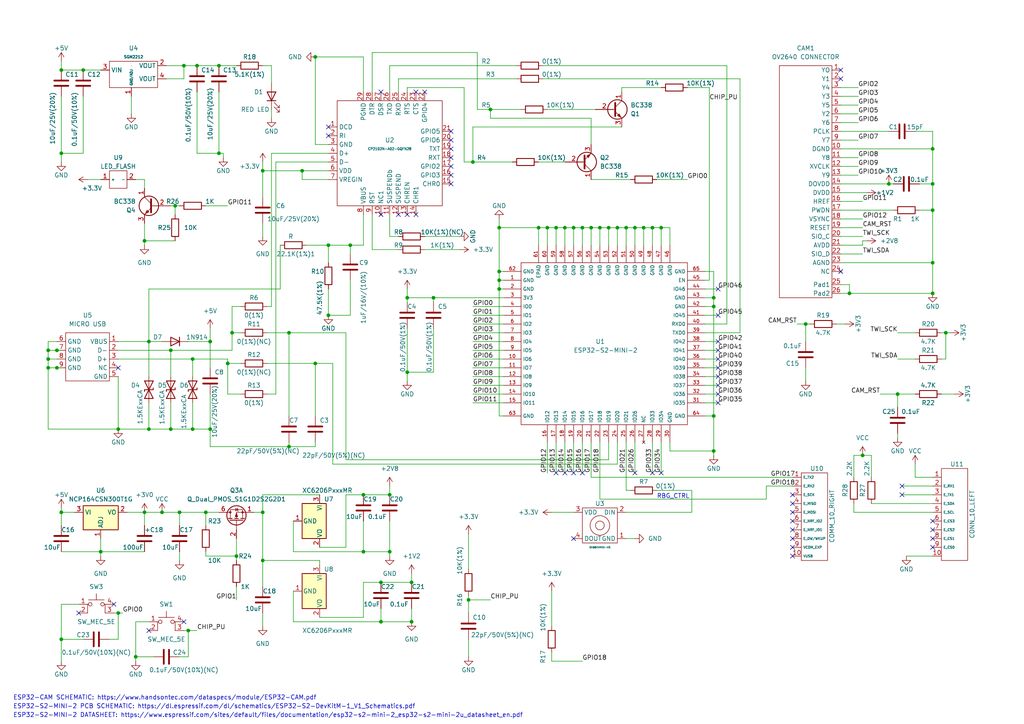
<source format=kicad_sch>
(kicad_sch (version 20230121) (generator eeschema)
  (paper "A4")
  (junction (at 257.81 53.34))
  (junction (at 274.32 96.52))
  (junction (at 119.38 168.91))
  (junction (at 43.18 124.46))
  (junction (at 17.78 20.32))
  (junction (at 63.5 44.45))
  (junction (at 76.2 148.59))
  (junction (at 24.13 20.32))
  (junction (at 83.82 96.52))
  (junction (at 55.88 104.14))
  (junction (at 144.78 66.04))
  (junction (at 119.38 180.34))
  (junction (at 67.31 96.52))
  (junction (at 181.61 66.04))
  (junction (at 270.51 43.18))
  (junction (at 144.78 78.74))
  (junction (at 60.96 99.06))
  (junction (at 105.41 143.51))
  (junction (at 163.83 66.04))
  (junction (at 66.04 105.41))
  (junction (at 142.24 31.75))
  (junction (at 233.68 93.98))
  (junction (at 158.75 66.04))
  (junction (at 260.35 114.3))
  (junction (at 144.78 83.82))
  (junction (at 144.78 81.28))
  (junction (at 156.21 66.04))
  (junction (at 207.01 88.9))
  (junction (at 52.07 148.59))
  (junction (at 60.96 124.46))
  (junction (at 68.58 161.29))
  (junction (at 87.63 49.53))
  (junction (at 161.29 66.04))
  (junction (at 29.21 160.02))
  (junction (at 176.53 66.04))
  (junction (at 125.73 86.36))
  (junction (at 13.97 101.6))
  (junction (at 118.11 86.36))
  (junction (at 17.78 44.45))
  (junction (at 46.99 148.59))
  (junction (at 246.38 85.09))
  (junction (at 207.01 86.36))
  (junction (at 189.23 66.04))
  (junction (at 113.03 160.02))
  (junction (at 95.25 71.12))
  (junction (at 105.41 160.02))
  (junction (at 41.91 69.85))
  (junction (at 173.99 66.04))
  (junction (at 34.29 177.8))
  (junction (at 16.51 106.68))
  (junction (at 41.91 148.59))
  (junction (at 13.97 106.68))
  (junction (at 76.2 49.53))
  (junction (at 110.49 180.34))
  (junction (at 50.8 59.69))
  (junction (at 270.51 60.96))
  (junction (at 54.61 182.88))
  (junction (at 191.77 66.04))
  (junction (at 17.78 185.42))
  (junction (at 118.11 107.95))
  (junction (at 17.78 148.59))
  (junction (at 166.37 66.04))
  (junction (at 91.44 105.41))
  (junction (at 57.15 19.05))
  (junction (at 270.51 53.34))
  (junction (at 59.69 148.59))
  (junction (at 168.91 66.04))
  (junction (at 179.07 66.04))
  (junction (at 91.44 16.51))
  (junction (at 250.19 132.08))
  (junction (at 76.2 162.56))
  (junction (at 270.51 76.2))
  (junction (at 101.6 71.12))
  (junction (at 171.45 66.04))
  (junction (at 49.53 101.6))
  (junction (at 137.16 46.99))
  (junction (at 113.03 143.51))
  (junction (at 270.51 85.09))
  (junction (at 207.01 130.81))
  (junction (at 95.25 91.44))
  (junction (at 16.51 101.6))
  (junction (at 53.34 19.05))
  (junction (at 186.69 66.04))
  (junction (at 135.89 173.99))
  (junction (at 43.18 99.06))
  (junction (at 34.29 124.46))
  (junction (at 63.5 19.05))
  (junction (at 207.01 120.65))
  (junction (at 83.82 129.54))
  (junction (at 55.88 124.46))
  (junction (at 110.49 168.91))
  (junction (at 49.53 124.46))
  (junction (at 184.15 66.04))
  (junction (at 39.37 190.5))
  (junction (at 13.97 104.14))
  (no_connect (at 243.84 22.86))
  (no_connect (at 115.57 62.23))
  (no_connect (at 208.28 91.44))
  (no_connect (at 118.11 62.23))
  (no_connect (at 208.28 111.76))
  (no_connect (at 243.84 20.32))
  (no_connect (at 166.37 137.16))
  (no_connect (at 130.81 50.8))
  (no_connect (at 243.84 78.74))
  (no_connect (at 208.28 104.14))
  (no_connect (at 130.81 40.64))
  (no_connect (at 261.62 143.51))
  (no_connect (at 270.51 156.21))
  (no_connect (at 270.51 158.75))
  (no_connect (at 33.02 175.26))
  (no_connect (at 130.81 45.72))
  (no_connect (at 163.83 137.16))
  (no_connect (at 34.29 106.68))
  (no_connect (at 22.86 177.8))
  (no_connect (at 191.77 137.16))
  (no_connect (at 229.87 146.05))
  (no_connect (at 120.65 62.23))
  (no_connect (at 261.62 140.97))
  (no_connect (at 123.19 26.67))
  (no_connect (at 229.87 158.75))
  (no_connect (at 270.51 153.67))
  (no_connect (at 229.87 161.29))
  (no_connect (at 208.28 83.82))
  (no_connect (at 270.51 151.13))
  (no_connect (at 229.87 151.13))
  (no_connect (at 229.87 156.21))
  (no_connect (at 130.81 43.18))
  (no_connect (at 53.34 180.34))
  (no_connect (at 110.49 62.23))
  (no_connect (at 130.81 38.1))
  (no_connect (at 95.25 39.37))
  (no_connect (at 166.37 156.21))
  (no_connect (at 168.91 137.16))
  (no_connect (at 208.28 109.22))
  (no_connect (at 95.25 36.83))
  (no_connect (at 208.28 106.68))
  (no_connect (at 43.18 182.88))
  (no_connect (at 208.28 101.6))
  (no_connect (at 208.28 116.84))
  (no_connect (at 208.28 114.3))
  (no_connect (at 208.28 99.06))
  (no_connect (at 161.29 137.16))
  (no_connect (at 110.49 26.67))
  (no_connect (at 130.81 48.26))
  (no_connect (at 229.87 143.51))
  (no_connect (at 229.87 148.59))
  (no_connect (at 184.15 137.16))
  (no_connect (at 120.65 26.67))
  (no_connect (at 229.87 153.67))
  (no_connect (at 130.81 53.34))
  (no_connect (at 189.23 137.16))
  (wire (pts (xy 158.75 128.27) (xy 158.75 137.16)))
  (wire (pts (xy 76.2 162.56) (xy 92.71 162.56)))
  (wire (pts (xy 204.47 120.65) (xy 207.01 120.65)))
  (wire (pts (xy 52.07 160.02) (xy 52.07 162.56)))
  (wire (pts (xy 194.31 71.12) (xy 194.31 66.04)))
  (wire (pts (xy 246.38 85.09) (xy 270.51 85.09)))
  (wire (pts (xy 243.84 33.02) (xy 248.92 33.02)))
  (wire (pts (xy 105.41 26.67) (xy 105.41 16.51)))
  (wire (pts (xy 24.13 27.94) (xy 24.13 44.45)))
  (wire (pts (xy 233.68 93.98) (xy 233.68 99.06)))
  (wire (pts (xy 59.69 59.69) (xy 66.04 59.69)))
  (wire (pts (xy 95.25 91.44) (xy 101.6 91.44)))
  (wire (pts (xy 118.11 83.82) (xy 118.11 86.36)))
  (wire (pts (xy 189.23 66.04) (xy 191.77 66.04)))
  (wire (pts (xy 144.78 81.28) (xy 146.05 81.28)))
  (wire (pts (xy 207.01 88.9) (xy 207.01 120.65)))
  (wire (pts (xy 243.84 73.66) (xy 250.19 73.66)))
  (wire (pts (xy 204.47 83.82) (xy 208.28 83.82)))
  (wire (pts (xy 105.41 179.07) (xy 105.41 168.91)))
  (wire (pts (xy 168.91 128.27) (xy 168.91 137.16)))
  (wire (pts (xy 17.78 160.02) (xy 29.21 160.02)))
  (wire (pts (xy 243.84 48.26) (xy 248.92 48.26)))
  (wire (pts (xy 250.19 69.85) (xy 251.46 69.85)))
  (wire (pts (xy 13.97 106.68) (xy 13.97 104.14)))
  (wire (pts (xy 17.78 185.42) (xy 17.78 191.77)))
  (wire (pts (xy 107.95 72.39) (xy 115.57 72.39)))
  (wire (pts (xy 107.95 15.24) (xy 138.43 15.24)))
  (wire (pts (xy 171.45 66.04) (xy 171.45 71.12)))
  (wire (pts (xy 115.57 26.67) (xy 115.57 22.86)))
  (wire (pts (xy 243.84 38.1) (xy 257.81 38.1)))
  (wire (pts (xy 34.29 109.22) (xy 34.29 124.46)))
  (wire (pts (xy 95.25 46.99) (xy 80.01 46.99)))
  (wire (pts (xy 118.11 87.63) (xy 118.11 86.36)))
  (wire (pts (xy 105.41 143.51) (xy 113.03 143.51)))
  (wire (pts (xy 204.47 88.9) (xy 207.01 88.9)))
  (wire (pts (xy 17.78 44.45) (xy 24.13 44.45)))
  (wire (pts (xy 91.44 16.51) (xy 105.41 16.51)))
  (wire (pts (xy 171.45 34.29) (xy 142.24 34.29)))
  (wire (pts (xy 260.35 104.14) (xy 265.43 104.14)))
  (wire (pts (xy 53.34 182.88) (xy 54.61 182.88)))
  (wire (pts (xy 171.45 41.91) (xy 171.45 34.29)))
  (wire (pts (xy 53.34 19.05) (xy 57.15 19.05)))
  (wire (pts (xy 60.96 124.46) (xy 60.96 129.54)))
  (wire (pts (xy 55.88 124.46) (xy 55.88 116.84)))
  (wire (pts (xy 146.05 86.36) (xy 125.73 86.36)))
  (wire (pts (xy 158.75 31.75) (xy 172.72 31.75)))
  (wire (pts (xy 184.15 66.04) (xy 184.15 71.12)))
  (wire (pts (xy 107.95 62.23) (xy 107.95 72.39)))
  (wire (pts (xy 43.18 83.82) (xy 81.28 83.82)))
  (wire (pts (xy 243.84 50.8) (xy 248.92 50.8)))
  (wire (pts (xy 66.04 104.14) (xy 66.04 105.41)))
  (wire (pts (xy 29.21 160.02) (xy 41.91 160.02)))
  (wire (pts (xy 265.43 138.43) (xy 270.51 138.43)))
  (wire (pts (xy 273.05 96.52) (xy 274.32 96.52)))
  (wire (pts (xy 73.66 148.59) (xy 76.2 148.59)))
  (wire (pts (xy 266.7 60.96) (xy 270.51 60.96)))
  (wire (pts (xy 222.25 144.78) (xy 222.25 140.97)))
  (wire (pts (xy 67.31 96.52) (xy 67.31 101.6)))
  (wire (pts (xy 173.99 66.04) (xy 173.99 71.12)))
  (wire (pts (xy 85.09 180.34) (xy 110.49 180.34)))
  (wire (pts (xy 110.49 180.34) (xy 119.38 180.34)))
  (wire (pts (xy 135.89 154.94) (xy 135.89 165.1)))
  (wire (pts (xy 137.16 91.44) (xy 146.05 91.44)))
  (wire (pts (xy 54.61 182.88) (xy 57.15 182.88)))
  (wire (pts (xy 204.47 101.6) (xy 208.28 101.6)))
  (wire (pts (xy 176.53 66.04) (xy 176.53 71.12)))
  (wire (pts (xy 243.84 85.09) (xy 246.38 85.09)))
  (wire (pts (xy 110.49 168.91) (xy 119.38 168.91)))
  (wire (pts (xy 191.77 66.04) (xy 191.77 71.12)))
  (wire (pts (xy 257.81 53.34) (xy 259.08 53.34)))
  (wire (pts (xy 13.97 104.14) (xy 16.51 104.14)))
  (wire (pts (xy 101.6 81.28) (xy 101.6 91.44)))
  (wire (pts (xy 21.59 148.59) (xy 17.78 148.59)))
  (wire (pts (xy 77.47 114.3) (xy 80.01 114.3)))
  (wire (pts (xy 138.43 15.24) (xy 138.43 31.75)))
  (wire (pts (xy 190.5 142.24) (xy 200.66 142.24)))
  (wire (pts (xy 265.43 38.1) (xy 270.51 38.1)))
  (wire (pts (xy 171.45 128.27) (xy 171.45 138.43)))
  (wire (pts (xy 171.45 52.07) (xy 182.88 52.07)))
  (wire (pts (xy 262.89 161.29) (xy 270.51 161.29)))
  (wire (pts (xy 17.78 185.42) (xy 24.13 185.42)))
  (wire (pts (xy 60.96 114.3) (xy 60.96 124.46)))
  (wire (pts (xy 270.51 60.96) (xy 270.51 76.2)))
  (wire (pts (xy 17.78 27.94) (xy 17.78 44.45)))
  (wire (pts (xy 113.03 161.29) (xy 113.03 160.02)))
  (wire (pts (xy 207.01 132.08) (xy 207.01 130.81)))
  (wire (pts (xy 49.53 124.46) (xy 55.88 124.46)))
  (wire (pts (xy 60.96 99.06) (xy 60.96 106.68)))
  (wire (pts (xy 78.74 19.05) (xy 78.74 24.13)))
  (wire (pts (xy 243.84 53.34) (xy 257.81 53.34)))
  (wire (pts (xy 173.99 144.78) (xy 222.25 144.78)))
  (wire (pts (xy 181.61 66.04) (xy 181.61 71.12)))
  (wire (pts (xy 95.25 41.91) (xy 91.44 41.91)))
  (wire (pts (xy 100.33 158.75) (xy 100.33 143.51)))
  (wire (pts (xy 118.11 25.4) (xy 118.11 26.67)))
  (wire (pts (xy 13.97 124.46) (xy 13.97 106.68)))
  (wire (pts (xy 270.51 43.18) (xy 270.51 53.34)))
  (wire (pts (xy 43.18 83.82) (xy 43.18 99.06)))
  (wire (pts (xy 243.84 66.04) (xy 250.19 66.04)))
  (wire (pts (xy 17.78 148.59) (xy 17.78 152.4)))
  (wire (pts (xy 91.44 105.41) (xy 91.44 120.65)))
  (wire (pts (xy 41.91 148.59) (xy 46.99 148.59)))
  (wire (pts (xy 119.38 176.53) (xy 119.38 180.34)))
  (wire (pts (xy 260.35 114.3) (xy 265.43 114.3)))
  (wire (pts (xy 243.84 55.88) (xy 251.46 55.88)))
  (wire (pts (xy 222.25 140.97) (xy 229.87 140.97)))
  (wire (pts (xy 63.5 44.45) (xy 64.77 44.45)))
  (wire (pts (xy 252.73 146.05) (xy 270.51 146.05)))
  (wire (pts (xy 181.61 142.24) (xy 182.88 142.24)))
  (wire (pts (xy 87.63 49.53) (xy 87.63 52.07)))
  (wire (pts (xy 53.34 19.05) (xy 53.34 22.86)))
  (wire (pts (xy 273.05 104.14) (xy 274.32 104.14)))
  (wire (pts (xy 17.78 175.26) (xy 17.78 185.42)))
  (wire (pts (xy 64.77 44.45) (xy 64.77 45.72)))
  (wire (pts (xy 204.47 99.06) (xy 208.28 99.06)))
  (wire (pts (xy 158.75 66.04) (xy 161.29 66.04)))
  (wire (pts (xy 68.58 156.21) (xy 68.58 161.29)))
  (wire (pts (xy 160.02 171.45) (xy 160.02 181.61)))
  (wire (pts (xy 76.2 46.99) (xy 76.2 49.53)))
  (wire (pts (xy 34.29 177.8) (xy 35.56 177.8)))
  (wire (pts (xy 180.34 36.83) (xy 137.16 36.83)))
  (wire (pts (xy 204.47 91.44) (xy 208.28 91.44)))
  (wire (pts (xy 63.5 44.45) (xy 57.15 44.45)))
  (wire (pts (xy 156.21 71.12) (xy 156.21 66.04)))
  (wire (pts (xy 105.41 160.02) (xy 113.03 160.02)))
  (wire (pts (xy 160.02 191.77) (xy 168.91 191.77)))
  (wire (pts (xy 204.47 114.3) (xy 208.28 114.3)))
  (wire (pts (xy 138.43 31.75) (xy 142.24 31.75)))
  (wire (pts (xy 118.11 107.95) (xy 118.11 110.49)))
  (wire (pts (xy 76.2 68.58) (xy 76.2 64.77)))
  (wire (pts (xy 118.11 86.36) (xy 125.73 86.36)))
  (wire (pts (xy 67.31 88.9) (xy 69.85 88.9)))
  (wire (pts (xy 168.91 66.04) (xy 171.45 66.04)))
  (wire (pts (xy 95.25 76.2) (xy 95.25 71.12)))
  (wire (pts (xy 24.13 20.32) (xy 29.21 20.32)))
  (wire (pts (xy 91.44 105.41) (xy 96.52 105.41)))
  (wire (pts (xy 83.82 129.54) (xy 83.82 128.27)))
  (wire (pts (xy 207.01 86.36) (xy 207.01 88.9)))
  (wire (pts (xy 66.04 105.41) (xy 66.04 114.3)))
  (wire (pts (xy 186.69 66.04) (xy 186.69 71.12)))
  (wire (pts (xy 270.51 76.2) (xy 270.51 85.09)))
  (wire (pts (xy 13.97 99.06) (xy 16.51 99.06)))
  (wire (pts (xy 144.78 78.74) (xy 144.78 66.04)))
  (wire (pts (xy 76.2 49.53) (xy 76.2 57.15)))
  (wire (pts (xy 137.16 99.06) (xy 146.05 99.06)))
  (wire (pts (xy 59.69 152.4) (xy 59.69 148.59)))
  (wire (pts (xy 34.29 101.6) (xy 49.53 101.6)))
  (wire (pts (xy 34.29 99.06) (xy 43.18 99.06)))
  (wire (pts (xy 29.21 160.02) (xy 29.21 161.29)))
  (wire (pts (xy 137.16 106.68) (xy 146.05 106.68)))
  (wire (pts (xy 243.84 82.55) (xy 246.38 82.55)))
  (wire (pts (xy 41.91 69.85) (xy 50.8 69.85)))
  (wire (pts (xy 146.05 120.65) (xy 144.78 120.65)))
  (wire (pts (xy 50.8 59.69) (xy 52.07 59.69)))
  (wire (pts (xy 119.38 166.37) (xy 119.38 168.91)))
  (wire (pts (xy 142.24 34.29) (xy 142.24 31.75)))
  (wire (pts (xy 63.5 26.67) (xy 63.5 44.45)))
  (wire (pts (xy 243.84 30.48) (xy 248.92 30.48)))
  (wire (pts (xy 134.62 25.4) (xy 134.62 46.99)))
  (wire (pts (xy 52.07 152.4) (xy 52.07 148.59)))
  (wire (pts (xy 137.16 114.3) (xy 146.05 114.3)))
  (wire (pts (xy 41.91 69.85) (xy 41.91 71.12)))
  (wire (pts (xy 171.45 66.04) (xy 173.99 66.04)))
  (wire (pts (xy 137.16 46.99) (xy 148.59 46.99)))
  (wire (pts (xy 204.47 93.98) (xy 210.82 93.98)))
  (wire (pts (xy 191.77 128.27) (xy 191.77 137.16)))
  (wire (pts (xy 144.78 83.82) (xy 146.05 83.82)))
  (wire (pts (xy 204.47 104.14) (xy 208.28 104.14)))
  (wire (pts (xy 214.63 22.86) (xy 214.63 96.52)))
  (wire (pts (xy 247.65 148.59) (xy 270.51 148.59)))
  (wire (pts (xy 83.82 96.52) (xy 83.82 120.65)))
  (wire (pts (xy 76.2 19.05) (xy 78.74 19.05)))
  (wire (pts (xy 261.62 143.51) (xy 270.51 143.51)))
  (wire (pts (xy 17.78 148.59) (xy 17.78 147.32)))
  (wire (pts (xy 163.83 71.12) (xy 163.83 66.04)))
  (wire (pts (xy 166.37 128.27) (xy 166.37 137.16)))
  (wire (pts (xy 41.91 52.07) (xy 41.91 54.61)))
  (wire (pts (xy 180.34 26.67) (xy 180.34 25.4)))
  (wire (pts (xy 68.58 161.29) (xy 68.58 162.56)))
  (wire (pts (xy 13.97 104.14) (xy 13.97 101.6)))
  (wire (pts (xy 41.91 148.59) (xy 41.91 152.4)))
  (wire (pts (xy 184.15 128.27) (xy 184.15 137.16)))
  (wire (pts (xy 186.69 66.04) (xy 189.23 66.04)))
  (wire (pts (xy 78.74 88.9) (xy 77.47 88.9)))
  (wire (pts (xy 270.51 38.1) (xy 270.51 43.18)))
  (wire (pts (xy 55.88 124.46) (xy 60.96 124.46)))
  (wire (pts (xy 105.41 62.23) (xy 105.41 71.12)))
  (wire (pts (xy 96.52 134.62) (xy 179.07 134.62)))
  (wire (pts (xy 273.05 114.3) (xy 276.86 114.3)))
  (wire (pts (xy 179.07 66.04) (xy 181.61 66.04)))
  (wire (pts (xy 181.61 128.27) (xy 181.61 142.24)))
  (wire (pts (xy 144.78 78.74) (xy 146.05 78.74)))
  (wire (pts (xy 49.53 124.46) (xy 49.53 116.84)))
  (wire (pts (xy 163.83 66.04) (xy 166.37 66.04)))
  (wire (pts (xy 137.16 96.52) (xy 146.05 96.52)))
  (wire (pts (xy 101.6 71.12) (xy 105.41 71.12)))
  (wire (pts (xy 204.47 109.22) (xy 208.28 109.22)))
  (wire (pts (xy 83.82 96.52) (xy 100.33 96.52)))
  (wire (pts (xy 191.77 66.04) (xy 194.31 66.04)))
  (wire (pts (xy 204.47 116.84) (xy 208.28 116.84)))
  (wire (pts (xy 83.82 129.54) (xy 91.44 129.54)))
  (wire (pts (xy 250.19 132.08) (xy 252.73 132.08)))
  (wire (pts (xy 134.62 46.99) (xy 137.16 46.99)))
  (wire (pts (xy 92.71 158.75) (xy 100.33 158.75)))
  (wire (pts (xy 210.82 19.05) (xy 210.82 93.98)))
  (wire (pts (xy 80.01 46.99) (xy 80.01 114.3)))
  (wire (pts (xy 63.5 19.05) (xy 68.58 19.05)))
  (wire (pts (xy 92.71 179.07) (xy 105.41 179.07)))
  (wire (pts (xy 85.09 160.02) (xy 105.41 160.02)))
  (wire (pts (xy 118.11 95.25) (xy 118.11 107.95)))
  (wire (pts (xy 261.62 140.97) (xy 270.51 140.97)))
  (wire (pts (xy 204.47 86.36) (xy 207.01 86.36)))
  (wire (pts (xy 156.21 46.99) (xy 163.83 46.99)))
  (wire (pts (xy 176.53 66.04) (xy 179.07 66.04)))
  (wire (pts (xy 118.11 25.4) (xy 134.62 25.4)))
  (wire (pts (xy 243.84 25.4) (xy 248.92 25.4)))
  (wire (pts (xy 33.02 177.8) (xy 34.29 177.8)))
  (wire (pts (xy 181.61 156.21) (xy 184.15 156.21)))
  (wire (pts (xy 118.11 107.95) (xy 125.73 107.95)))
  (wire (pts (xy 200.66 148.59) (xy 200.66 142.24)))
  (wire (pts (xy 55.88 104.14) (xy 66.04 104.14)))
  (wire (pts (xy 144.78 83.82) (xy 144.78 120.65)))
  (wire (pts (xy 157.48 22.86) (xy 214.63 22.86)))
  (wire (pts (xy 67.31 88.9) (xy 67.31 96.52)))
  (wire (pts (xy 205.74 81.28) (xy 204.47 81.28)))
  (wire (pts (xy 39.37 52.07) (xy 41.91 52.07)))
  (wire (pts (xy 59.69 148.59) (xy 63.5 148.59)))
  (wire (pts (xy 274.32 96.52) (xy 274.32 104.14)))
  (wire (pts (xy 179.07 66.04) (xy 179.07 71.12)))
  (wire (pts (xy 189.23 66.04) (xy 189.23 71.12)))
  (wire (pts (xy 46.99 148.59) (xy 52.07 148.59)))
  (wire (pts (xy 137.16 116.84) (xy 146.05 116.84)))
  (wire (pts (xy 43.18 99.06) (xy 43.18 109.22)))
  (wire (pts (xy 60.96 95.25) (xy 60.96 99.06)))
  (wire (pts (xy 59.69 161.29) (xy 68.58 161.29)))
  (wire (pts (xy 180.34 25.4) (xy 191.77 25.4)))
  (wire (pts (xy 137.16 101.6) (xy 146.05 101.6)))
  (wire (pts (xy 50.8 59.69) (xy 50.8 62.23)))
  (wire (pts (xy 204.47 106.68) (xy 208.28 106.68)))
  (wire (pts (xy 173.99 128.27) (xy 173.99 144.78)))
  (wire (pts (xy 243.84 45.72) (xy 248.92 45.72)))
  (wire (pts (xy 135.89 173.99) (xy 135.89 177.8)))
  (wire (pts (xy 137.16 93.98) (xy 146.05 93.98)))
  (wire (pts (xy 76.2 162.56) (xy 76.2 170.18)))
  (wire (pts (xy 68.58 170.18) (xy 68.58 173.99)))
  (wire (pts (xy 96.52 134.62) (xy 96.52 105.41)))
  (wire (pts (xy 181.61 66.04) (xy 184.15 66.04)))
  (wire (pts (xy 57.15 44.45) (xy 57.15 26.67)))
  (wire (pts (xy 123.19 72.39) (xy 133.35 72.39)))
  (wire (pts (xy 247.65 132.08) (xy 250.19 132.08)))
  (wire (pts (xy 43.18 180.34) (xy 39.37 180.34)))
  (wire (pts (xy 243.84 76.2) (xy 270.51 76.2)))
  (wire (pts (xy 76.2 177.8) (xy 76.2 181.61)))
  (wire (pts (xy 43.18 124.46) (xy 43.18 116.84)))
  (wire (pts (xy 243.84 68.58) (xy 250.19 68.58)))
  (wire (pts (xy 60.96 129.54) (xy 83.82 129.54)))
  (wire (pts (xy 95.25 83.82) (xy 95.25 91.44)))
  (wire (pts (xy 105.41 168.91) (xy 110.49 168.91)))
  (wire (pts (xy 247.65 146.05) (xy 247.65 148.59)))
  (wire (pts (xy 204.47 111.76) (xy 208.28 111.76)))
  (wire (pts (xy 34.29 104.14) (xy 55.88 104.14)))
  (wire (pts (xy 48.26 22.86) (xy 53.34 22.86)))
  (wire (pts (xy 246.38 82.55) (xy 246.38 85.09)))
  (wire (pts (xy 243.84 60.96) (xy 259.08 60.96)))
  (wire (pts (xy 113.03 68.58) (xy 115.57 68.58)))
  (wire (pts (xy 210.82 19.05) (xy 157.48 19.05)))
  (wire (pts (xy 113.03 151.13) (xy 113.03 160.02)))
  (wire (pts (xy 189.23 128.27) (xy 189.23 137.16)))
  (wire (pts (xy 87.63 49.53) (xy 95.25 49.53)))
  (wire (pts (xy 52.07 148.59) (xy 59.69 148.59)))
  (wire (pts (xy 34.29 124.46) (xy 43.18 124.46)))
  (wire (pts (xy 39.37 180.34) (xy 39.37 190.5)))
  (wire (pts (xy 160.02 189.23) (xy 160.02 191.77)))
  (wire (pts (xy 274.32 96.52) (xy 275.59 96.52)))
  (wire (pts (xy 168.91 66.04) (xy 168.91 71.12)))
  (wire (pts (xy 181.61 148.59) (xy 200.66 148.59)))
  (wire (pts (xy 231.14 93.98) (xy 233.68 93.98)))
  (wire (pts (xy 92.71 143.51) (xy 76.2 143.51)))
  (wire (pts (xy 125.73 95.25) (xy 125.73 107.95)))
  (wire (pts (xy 179.07 134.62) (xy 179.07 128.27)))
  (wire (pts (xy 166.37 66.04) (xy 168.91 66.04)))
  (wire (pts (xy 67.31 96.52) (xy 69.85 96.52)))
  (wire (pts (xy 144.78 63.5) (xy 144.78 66.04)))
  (wire (pts (xy 260.35 125.73) (xy 260.35 127)))
  (wire (pts (xy 135.89 185.42) (xy 135.89 190.5)))
  (wire (pts (xy 115.57 22.86) (xy 149.86 22.86)))
  (wire (pts (xy 204.47 96.52) (xy 214.63 96.52)))
  (wire (pts (xy 266.7 53.34) (xy 270.51 53.34)))
  (wire (pts (xy 100.33 133.35) (xy 100.33 96.52)))
  (wire (pts (xy 17.78 44.45) (xy 17.78 46.99)))
  (wire (pts (xy 243.84 40.64) (xy 248.92 40.64)))
  (wire (pts (xy 49.53 101.6) (xy 67.31 101.6)))
  (wire (pts (xy 76.2 148.59) (xy 76.2 162.56)))
  (wire (pts (xy 243.84 35.56) (xy 248.92 35.56)))
  (wire (pts (xy 156.21 66.04) (xy 158.75 66.04)))
  (wire (pts (xy 176.53 133.35) (xy 100.33 133.35)))
  (wire (pts (xy 49.53 101.6) (xy 49.53 109.22)))
  (wire (pts (xy 85.09 151.13) (xy 85.09 160.02)))
  (wire (pts (xy 39.37 190.5) (xy 39.37 191.77)))
  (wire (pts (xy 161.29 66.04) (xy 163.83 66.04)))
  (wire (pts (xy 49.53 59.69) (xy 50.8 59.69)))
  (wire (pts (xy 171.45 138.43) (xy 229.87 138.43)))
  (wire (pts (xy 43.18 124.46) (xy 49.53 124.46)))
  (wire (pts (xy 233.68 93.98) (xy 234.95 93.98)))
  (wire (pts (xy 77.47 96.52) (xy 83.82 96.52)))
  (wire (pts (xy 85.09 171.45) (xy 85.09 180.34)))
  (wire (pts (xy 13.97 101.6) (xy 16.51 101.6)))
  (wire (pts (xy 95.25 52.07) (xy 87.63 52.07)))
  (wire (pts (xy 194.31 128.27) (xy 194.31 130.81)))
  (wire (pts (xy 41.91 64.77) (xy 41.91 69.85)))
  (wire (pts (xy 78.74 44.45) (xy 78.74 88.9)))
  (wire (pts (xy 113.03 19.05) (xy 149.86 19.05)))
  (wire (pts (xy 81.28 83.82) (xy 81.28 71.12)))
  (wire (pts (xy 144.78 81.28) (xy 144.78 83.82)))
  (wire (pts (xy 243.84 43.18) (xy 270.51 43.18)))
  (wire (pts (xy 207.01 78.74) (xy 207.01 86.36)))
  (wire (pts (xy 66.04 114.3) (xy 69.85 114.3)))
  (wire (pts (xy 250.19 69.85) (xy 250.19 71.12)))
  (wire (pts (xy 13.97 101.6) (xy 13.97 99.06)))
  (wire (pts (xy 137.16 88.9) (xy 146.05 88.9)))
  (wire (pts (xy 243.84 58.42) (xy 250.19 58.42)))
  (wire (pts (xy 113.03 62.23) (xy 113.03 68.58)))
  (wire (pts (xy 22.86 175.26) (xy 17.78 175.26)))
  (wire (pts (xy 31.75 185.42) (xy 34.29 185.42)))
  (wire (pts (xy 36.83 148.59) (xy 41.91 148.59)))
  (wire (pts (xy 194.31 130.81) (xy 207.01 130.81)))
  (wire (pts (xy 144.78 66.04) (xy 156.21 66.04)))
  (wire (pts (xy 123.19 68.58) (xy 133.35 68.58)))
  (wire (pts (xy 160.02 148.59) (xy 166.37 148.59)))
  (wire (pts (xy 137.16 109.22) (xy 146.05 109.22)))
  (wire (pts (xy 161.29 66.04) (xy 161.29 71.12)))
  (wire (pts (xy 158.75 71.12) (xy 158.75 66.04)))
  (wire (pts (xy 260.35 96.52) (xy 265.43 96.52)))
  (wire (pts (xy 88.9 71.12) (xy 95.25 71.12)))
  (wire (pts (xy 250.19 71.12) (xy 243.84 71.12)))
  (wire (pts (xy 48.26 19.05) (xy 53.34 19.05)))
  (wire (pts (xy 91.44 128.27) (xy 91.44 129.54)))
  (wire (pts (xy 176.53 128.27) (xy 176.53 133.35)))
  (wire (pts (xy 184.15 66.04) (xy 186.69 66.04)))
  (wire (pts (xy 13.97 106.68) (xy 16.51 106.68)))
  (wire (pts (xy 205.74 25.4) (xy 205.74 81.28)))
  (wire (pts (xy 252.73 138.43) (xy 252.73 132.08)))
  (wire (pts (xy 38.1 27.94) (xy 38.1 33.02)))
  (wire (pts (xy 100.33 143.51) (xy 105.41 143.51)))
  (wire (pts (xy 247.65 138.43) (xy 247.65 132.08)))
  (wire (pts (xy 270.51 53.34) (xy 270.51 60.96)))
  (wire (pts (xy 243.84 27.94) (xy 248.92 27.94)))
  (wire (pts (xy 34.29 177.8) (xy 34.29 185.42)))
  (wire (pts (xy 110.49 176.53) (xy 110.49 180.34)))
  (wire (pts (xy 54.61 99.06) (xy 60.96 99.06)))
  (wire (pts (xy 17.78 20.32) (xy 24.13 20.32)))
  (wire (pts (xy 92.71 162.56) (xy 92.71 163.83)))
  (wire (pts (xy 173.99 66.04) (xy 176.53 66.04)))
  (wire (pts (xy 163.83 128.27) (xy 163.83 137.16)))
  (wire (pts (xy 137.16 104.14) (xy 146.05 104.14)))
  (wire (pts (xy 29.21 156.21) (xy 29.21 160.02)))
  (wire (pts (xy 76.2 49.53) (xy 87.63 49.53)))
  (wire (pts (xy 242.57 93.98) (xy 245.11 93.98)))
  (wire (pts (xy 207.01 120.65) (xy 207.01 130.81)))
  (wire (pts (xy 17.78 17.78) (xy 17.78 20.32)))
  (wire (pts (xy 161.29 128.27) (xy 161.29 137.16)))
  (wire (pts (xy 43.18 99.06) (xy 46.99 99.06)))
  (wire (pts (xy 105.41 151.13) (xy 105.41 160.02)))
  (wire (pts (xy 107.95 26.67) (xy 107.95 15.24)))
  (wire (pts (xy 135.89 173.99) (xy 142.24 173.99)))
  (wire (pts (xy 135.89 172.72) (xy 135.89 173.99)))
  (wire (pts (xy 113.03 26.67) (xy 113.03 19.05)))
  (wire (pts (xy 144.78 78.74) (xy 144.78 81.28)))
  (wire (pts (xy 59.69 160.02) (xy 59.69 161.29)))
  (wire (pts (xy 76.2 143.51) (xy 76.2 148.59)))
  (wire (pts (xy 55.88 104.14) (xy 55.88 109.22)))
  (wire (pts (xy 166.37 66.04) (xy 166.37 71.12)))
  (wire (pts (xy 101.6 73.66) (xy 101.6 71.12)))
  (wire (pts (xy 39.37 190.5) (xy 44.45 190.5)))
  (wire (pts (xy 199.39 25.4) (xy 205.74 25.4)))
  (wire (pts (xy 66.04 105.41) (xy 69.85 105.41)))
  (wire (pts (xy 255.27 114.3) (xy 260.35 114.3)))
  (wire (pts (xy 25.4 52.07) (xy 29.21 52.07)))
  (wire (pts (xy 57.15 19.05) (xy 63.5 19.05)))
  (wire (pts (xy 137.16 111.76) (xy 146.05 111.76)))
  (wire (pts (xy 265.43 134.62) (xy 265.43 138.43)))
  (wire (pts (xy 204.47 78.74) (xy 207.01 78.74)))
  (wire (pts (xy 113.03 140.97) (xy 113.03 143.51)))
  (wire (pts (xy 34.29 124.46) (xy 13.97 124.46)))
  (wire (pts (xy 233.68 106.68) (xy 233.68 110.49)))
  (wire (pts (xy 77.47 105.41) (xy 91.44 105.41)))
  (wire (pts (xy 190.5 52.07) (xy 199.39 52.07)))
  (wire (pts (xy 142.24 31.75) (xy 151.13 31.75)))
  (wire (pts (xy 17.78 101.6) (xy 16.51 101.6)))
  (wire (pts (xy 243.84 63.5) (xy 250.19 63.5)))
  (wire (pts (xy 78.74 31.75) (xy 78.74 34.29)))
  (wire (pts (xy 91.44 16.51) (xy 91.44 41.91)))
  (wire (pts (xy 17.78 106.68) (xy 16.51 106.68)))
  (wire (pts (xy 137.16 36.83) (xy 137.16 46.99)))
  (wire (pts (xy 95.25 44.45) (xy 78.74 44.45)))
  (wire (pts (xy 125.73 86.36) (xy 125.73 87.63)))
  (wire (pts (xy 95.25 71.12) (xy 101.6 71.12)))
  (wire (pts (xy 260.35 114.3) (xy 260.35 118.11)))
  (wire (pts (xy 54.61 182.88) (xy 54.61 190.5)))
  (wire (pts (xy 52.07 190.5) (xy 54.61 190.5)))
  (text "ESP32-S2-MINI-2 PCB SCHEMATIC: https://dl.espressif.com/dl/schematics/ESP32-S2-DevKitM-1_V1_Schematics.pdf" (at 3.81 205.74 0) (effects (font (size 1.27 1.27)) (justify left bottom)))
  (text "ESP32-S2-MINI-2 DATASHEET: https://www.espressif.com/sites/default/files/documentation/esp32-s2-mini-2_esp32-s2-mini-2u_datasheet_en.pdf" (at 3.81 208.28 0) (effects (font (size 1.27 1.27)) (justify left bottom)))
  (text "RBG_CTRL" (at 190.5 144.78 0) (effects (font (size 1.27 1.27)) (justify left bottom)))
  (text "ESP32-CAM SCHEMATIC: https://www.handsontec.com/dataspecs/module/ESP32-CAM.pdf" (at 3.81 203.2 0) (effects (font (size 1.27 1.27)) (justify left bottom)))
  (label "GPIO21" (at 181.61 137.16 90))
  (label "TWI_SDA" (at 250.19 73.66 0))
  (label "CHIP_PU" (at 205.74 29.21 0))
  (label "GPIO38" (at 208.28 109.22 0))
  (label "GPIO13" (at 161.29 137.16 90))
  (label "GPIO18" (at 173.99 137.16 90))
  (label "GPIO2" (at 137.16 93.98 0))
  (label "GPIO36" (at 208.28 114.3 0))
  (label "GPIO12" (at 158.75 137.16 90))
  (label "GPIO6" (at 248.92 35.56 0))
  (label "GPIO40" (at 208.28 104.14 0))
  (label "GPIO6" (at 137.16 104.14 0))
  (label "GPIO8" (at 248.92 45.72 0))
  (label "GPIO9" (at 248.92 48.26 0))
  (label "GPIO3" (at 248.92 27.94 0))
  (label "GPIO0" (at 35.56 177.8 0))
  (label "GPIO15" (at 166.37 137.16 90))
  (label "CHIP_PU" (at 57.15 182.88 0))
  (label "GPIO11" (at 66.04 59.69 0))
  (label "GPIO2" (at 248.92 25.4 0))
  (label "GPIO12" (at 250.19 63.5 0))
  (label "GPIO0" (at 137.16 88.9 0))
  (label "GPIO8" (at 137.16 109.22 0))
  (label "GPIO46" (at 208.28 83.82 0))
  (label "GPIO17" (at 171.45 137.16 90))
  (label "GPIO33" (at 189.23 137.16 90))
  (label "GPIO9" (at 137.16 111.76 0))
  (label "GPIO0" (at 199.39 52.07 0))
  (label "GPIO14" (at 163.83 137.16 90))
  (label "GPIO4" (at 248.92 30.48 0))
  (label "TWI_SCK" (at 260.35 96.52 180))
  (label "CAM_RST" (at 250.19 66.04 0))
  (label "GPIO5" (at 137.16 101.6 0))
  (label "GPIO26" (at 184.15 137.16 90))
  (label "GPIO1" (at 137.16 91.44 0))
  (label "CAM_RST" (at 255.27 114.3 180))
  (label "GPIO7" (at 137.16 106.68 0))
  (label "CAM_RST" (at 231.14 93.98 180))
  (label "GPIO10" (at 137.16 114.3 0))
  (label "GPIO42" (at 208.28 99.06 0))
  (label "GPIO18" (at 223.52 140.97 0))
  (label "GPIO18" (at 168.91 191.77 0))
  (label "GPIO34" (at 191.77 137.16 90))
  (label "GPIO41" (at 208.28 101.6 0))
  (label "GPIO35" (at 208.28 116.84 0))
  (label "CHIP_PU" (at 142.24 173.99 0))
  (label "GPIO10" (at 248.92 50.8 0))
  (label "GPIO39" (at 208.28 106.68 0))
  (label "GPIO11" (at 137.16 116.84 0))
  (label "GPIO17" (at 223.52 138.43 0))
  (label "GPIO3" (at 137.16 96.52 0))
  (label "GPIO4" (at 137.16 99.06 0))
  (label "TWI_SCK" (at 250.19 68.58 0))
  (label "GPIO5" (at 248.92 33.02 0))
  (label "TWI_SDA" (at 260.35 104.14 180))
  (label "GPIO7" (at 248.92 40.64 0))
  (label "GPIO11" (at 250.19 58.42 0))
  (label "GPIO1" (at 68.58 173.99 180))
  (label "GPIO37" (at 208.28 111.76 0))
  (label "GPIO16" (at 168.91 137.16 90))
  (label "GPIO45" (at 208.28 91.44 0))
  (symbol (lib_id "Transistor_BJT:BC338") (at 168.91 46.99 0) (mirror x) (unit 1)
    (property "Reference" "Q2" (at 173.99 45.72 0) (effects (justify left)))
    (property "Value" "BC338" (at 173.99 48.26 0) (effects (justify left)))
    (property "Footprint" "Package_TO_SOT_THT:TO-92_Inline" (effects hide))
    (property "Datasheet" "http://diotec.com/tl_files/diotec/files/pdf/datasheets/bc337" (effects hide))
  )
  (symbol (lib_id "power:GND") (at 39.37 191.77 0) (unit 1)
    (property "Reference" "#PWR040" (effects hide))
    (property "Value" "GND" (at 39.37 195.58 0))
  )
  (symbol (lib_id "power:+3V3") (at 257.81 53.34 0) (unit 1)
    (property "Reference" "#PWR04" (effects hide))
    (property "Value" "+3V3" (at 257.81 49.53 0))
  )
  (symbol (lib_id "power:+3.3V") (at 135.89 154.94 0) (unit 1)
    (property "Reference" "#PWR020" (effects hide))
    (property "Value" "+3.3V" (at 135.89 149.86 0))
  )
  (symbol (lib_id "Device:R") (at 269.24 96.52 90) (unit 1)
    (property "Reference" "R20" (at 269.24 93.98 90))
    (property "Value" "4.7K" (at 269.24 99.06 90))
  )
  (symbol (lib_id "Device:R") (at 73.66 105.41 90) (unit 1)
    (property "Reference" "R12" (at 73.66 102.87 90))
    (property "Value" "0(1%)(NC)" (at 73.66 107.95 90))
  )
  (symbol (lib_id "Device:R") (at 73.66 88.9 90) (unit 1)
    (property "Reference" "R6" (at 73.66 86.36 90))
    (property "Value" "0(1%)" (at 73.66 91.44 90))
  )
  (symbol (lib_id "Transistor_BJT:BC338") (at 44.45 59.69 0) (mirror y) (unit 1)
    (property "Reference" "Q4" (at 39.37 60.96 0) (effects (justify left)))
    (property "Value" "BC338" (at 39.37 58.42 0) (effects (justify left)))
    (property "Footprint" "Package_TO_SOT_THT:TO-92_Inline" (effects hide))
    (property "Datasheet" "http://diotec.com/tl_files/diotec/files/pdf/datasheets/bc337" (effects hide))
  )
  (symbol (lib_id "Device:R") (at 195.58 25.4 90) (unit 1)
    (property "Reference" "R14" (at 189.23 24.13 90))
    (property "Value" "10K(1%)" (at 203.2 24.13 90))
  )
  (symbol (lib_id "Device:C") (at 119.38 172.72 0) (unit 1)
    (property "Reference" "C21" (at 119.38 170.18 0) (effects (justify left)))
    (property "Value" "0.1uF" (at 113.03 175.26 0) (effects (justify left)))
  )
  (symbol (lib_id "Device:R") (at 154.94 31.75 90) (unit 1)
    (property "Reference" "R5" (at 140.97 30.48 90))
    (property "Value" "10K(1%)" (at 162.56 30.48 90))
  )
  (symbol (lib_id "Device:R") (at 73.66 114.3 90) (unit 1)
    (property "Reference" "R13" (at 73.66 111.76 90))
    (property "Value" "0(1%)" (at 73.66 116.84 90))
  )
  (symbol (lib_id "Camera:OV2640") (at 234.95 17.78 0) (unit 1)
    (property "Reference" "CAM1" (at 233.68 13.97 0))
    (property "Value" "OV2640 CONNECTOR" (at 233.68 16.51 0))
    (property "Footprint" "OV2640:FPC-24" (effects hide))
  )
  (symbol (lib_id "power:+3.3V") (at 133.35 72.39 270) (unit 1)
    (property "Reference" "#PWR017" (effects hide))
    (property "Value" "+3.3V" (at 137.16 72.39 90) (effects (justify left)))
  )
  (symbol (lib_id "power:GND") (at 184.15 156.21 90) (unit 1)
    (property "Reference" "#PWR013" (effects hide))
    (property "Value" "GND" (at 187.96 156.21 90) (effects (justify right)))
  )
  (symbol (lib_id "Device:R") (at 72.39 19.05 90) (unit 1)
    (property "Reference" "R18" (at 72.39 16.51 90))
    (property "Value" "5.1K(1%)" (at 72.39 21.59 90))
  )
  (symbol (lib_id "power:+5V") (at 17.78 17.78 0) (unit 1)
    (property "Reference" "#PWR022" (effects hide))
    (property "Value" "+5V" (at 17.78 13.97 0))
  )
  (symbol (lib_id "Device:C") (at 52.07 156.21 0) (unit 1)
    (property "Reference" "C17" (at 52.07 153.67 0) (effects (justify left)))
    (property "Value" "10uF" (at 46.99 158.75 0) (effects (justify left)))
  )
  (symbol (lib_id "power:+2V8") (at 113.03 140.97 0) (unit 1)
    (property "Reference" "#PWR037" (effects hide))
    (property "Value" "+2V8" (at 113.03 135.89 0))
  )
  (symbol (lib_id "Device:R") (at 68.58 166.37 0) (unit 1)
    (property "Reference" "R24" (at 71.12 161.29 0))
    (property "Value" "1K" (at 71.12 170.18 0))
  )
  (symbol (lib_id "Device:R") (at 95.25 80.01 180) (unit 1)
    (property "Reference" "R10" (at 90.17 78.74 0) (effects (justify right)))
    (property "Value" "47.5K(1%)" (at 92.71 91.44 90) (effects (justify right)))
  )
  (symbol (lib_id "power:VCC") (at 250.19 132.08 0) (unit 1)
    (property "Reference" "#PWR046" (effects hide))
    (property "Value" "VCC" (at 250.19 127 0))
  )
  (symbol (lib_id "power:GND") (at 207.01 132.08 0) (unit 1)
    (property "Reference" "#PWR02" (effects hide))
    (property "Value" "GND" (at 207.01 135.89 0))
  )
  (symbol (lib_id "Device:R") (at 247.65 142.24 180) (unit 1)
    (property "Reference" "R28" (at 245.11 142.24 90))
    (property "Value" "2.2K" (at 246.38 135.89 90))
  )
  (symbol (lib_id "Device:R") (at 59.69 156.21 0) (unit 1)
    (property "Reference" "R23" (at 62.23 151.13 0))
    (property "Value" "10K" (at 62.23 162.56 0))
  )
  (symbol (lib_id "Regulator_Linear:XC6206PxxxMR") (at 92.71 171.45 270) (unit 1)
    (property "Reference" "U8" (at 93.98 165.1 90) (effects (justify left)))
    (property "Value" "XC6206PxxxMR" (at 87.63 182.88 90) (effects (justify left)))
    (property "Footprint" "Package_TO_SOT_SMD:SOT-23-3" (effects hide))
    (property "Datasheet" "https://www.torexsemi.com/file/xc6206/XC6206.pdf" (effects hide))
  )
  (symbol (lib_id "power:+3V3") (at 245.11 93.98 270) (unit 1)
    (property "Reference" "#PWR027" (effects hide))
    (property "Value" "+3V3" (at 248.92 93.98 0))
  )
  (symbol (lib_id "Device:R") (at 186.69 142.24 90) (unit 1)
    (property "Reference" "R7" (at 186.69 139.7 90))
    (property "Value" "0(1%)" (at 193.04 140.97 90))
  )
  (symbol (lib_id "power:+5V") (at 17.78 147.32 0) (unit 1)
    (property "Reference" "#PWR032" (effects hide))
    (property "Value" "+5V" (at 17.78 143.51 0))
  )
  (symbol (lib_id "Diode:1N914") (at 50.8 99.06 180) (unit 1)
    (property "Reference" "D7" (at 45.72 97.79 0))
    (property "Value" "1N914" (at 57.15 97.79 0))
    (property "Footprint" "Diode_THT:D_DO-35_SOD27_P7.62mm_Horizontal" (effects hide))
    (property "Datasheet" "http://www.vishay.com/docs/85622/1n914.pdf" (effects hide))
    (property "Sim.Device" "D" (effects hide))
    (property "Sim.Pins" "1=K 2=A" (effects hide))
  )
  (symbol (lib_id "New_2:LED_FLASH") (at 34.29 48.26 0) (unit 1)
    (property "Reference" "U9" (at 34.29 45.72 0))
    (property "Value" "LED_FLASH" (at 34.29 48.26 0))
  )
  (symbol (lib_id "Device:C") (at 76.2 60.96 0) (unit 1)
    (property "Reference" "C6" (at 80.01 59.69 0) (effects (justify left)))
    (property "Value" "10uF/25V(20%)" (at 77.47 63.5 0) (effects (justify left)))
  )
  (symbol (lib_id "Device:C") (at 91.44 124.46 0) (unit 1)
    (property "Reference" "C3" (at 92.71 121.92 0) (effects (justify left)))
    (property "Value" "22pF/50V(5%)(NC)" (at 87.63 132.08 0) (effects (justify left)))
  )
  (symbol (lib_id "Device:C") (at 262.89 53.34 90) (unit 1)
    (property "Reference" "C2" (at 260.35 52.07 90))
    (property "Value" "0.1uF" (at 266.7 52.07 90))
  )
  (symbol (lib_id "Switch:SW_MEC_5E") (at 27.94 177.8 0) (unit 1)
    (property "Reference" "SW3" (at 27.94 170.18 0))
    (property "Value" "SW_MEC_5E" (at 27.94 180.34 0))
    (property "Datasheet" "http://www.apem.com/int/index.php?controller=attachment&id_attachment=1371" (effects hide))
  )
  (symbol (lib_id "power:+3.3V") (at 25.4 52.07 90) (unit 1)
    (property "Reference" "#PWR043" (effects hide))
    (property "Value" "+3.3V" (at 26.67 54.61 90))
  )
  (symbol (lib_id "power:GND") (at 262.89 161.29 0) (unit 1)
    (property "Reference" "#PWR047" (effects hide))
    (property "Value" "GND" (at 262.89 165.1 0))
  )
  (symbol (lib_id "Transistor_BJT:BC338") (at 177.8 31.75 0) (unit 1)
    (property "Reference" "Q1" (at 182.88 33.02 0) (effects (justify left)))
    (property "Value" "BC338" (at 182.88 30.48 0) (effects (justify left)))
    (property "Footprint" "Package_TO_SOT_THT:TO-92_Inline" (effects hide))
    (property "Datasheet" "http://diotec.com/tl_files/diotec/files/pdf/datasheets/bc337" (effects hide))
  )
  (symbol (lib_id "Device:R") (at 186.69 52.07 90) (unit 1)
    (property "Reference" "R15" (at 180.34 50.8 90))
    (property "Value" "10K(1%)" (at 194.31 50.8 90))
  )
  (symbol (lib_id "power:GND") (at 34.29 124.46 0) (unit 1)
    (property "Reference" "#PWR018" (effects hide))
    (property "Value" "GND" (at 34.29 128.27 0))
  )
  (symbol (lib_id "Device:R") (at 153.67 22.86 90) (unit 1)
    (property "Reference" "R3" (at 142.24 21.59 90))
    (property "Value" "0(1%)" (at 160.02 21.59 90))
  )
  (symbol (lib_id "New:SK68XXMINI") (at 173.99 146.05 0) (unit 1)
    (property "Reference" "U3" (at 173.99 146.05 0))
    (property "Value" "SK68XXMINI-HS" (at 173.99 158.75 0) (effects (font (size 0.5 0.5))))
    (property "Footprint" "SK6812MINI:SK6812MINI" (effects hide))
  )
  (symbol (lib_id "Device:C") (at 41.91 156.21 0) (unit 1)
    (property "Reference" "+C18" (at 41.91 153.67 0) (effects (justify left)))
    (property "Value" "100uF" (at 35.56 158.75 0) (effects (justify left)))
    (property "Footprint" "LED_SMD:LED_SK6812MINI_PLCC4_3.5x3.5mm_P1.75mm" (effects hide))
  )
  (symbol (lib_id "power:GND") (at 118.11 110.49 0) (unit 1)
    (property "Reference" "#PWR05" (effects hide))
    (property "Value" "GND" (at 118.11 114.3 0))
  )
  (symbol (lib_id "Device:R") (at 262.89 60.96 90) (unit 1)
    (property "Reference" "R1" (at 260.35 63.5 90))
    (property "Value" "1K" (at 265.43 63.5 90))
  )
  (symbol (lib_id "Diode:1.5KExxCA") (at 49.53 113.03 270) (mirror x) (unit 1)
    (property "Reference" "D5" (at 45.72 111.76 90) (effects (justify left)))
    (property "Value" "1.5KExxCA" (at 46.99 123.19 0) (effects (justify left)))
    (property "Footprint" "Diode_THT:D_DO-201AE_P15.24mm_Horizontal" (effects hide))
    (property "Datasheet" "https://www.vishay.com/docs/88301/15ke.pdf" (effects hide))
  )
  (symbol (lib_id "Device:R") (at 55.88 59.69 270) (unit 1)
    (property "Reference" "R26" (at 52.07 58.42 90) (effects (justify right)))
    (property "Value" "1K" (at 62.23 58.42 90) (effects (justify right)))
  )
  (symbol (lib_id "Device:C") (at 105.41 147.32 0) (unit 1)
    (property "Reference" "C19" (at 105.41 144.78 0) (effects (justify left)))
    (property "Value" "10uF" (at 100.33 149.86 0) (effects (justify left)))
  )
  (symbol (lib_id "power:+3.3V") (at 118.11 83.82 0) (unit 1)
    (property "Reference" "#PWR011" (effects hide))
    (property "Value" "+3.3V" (at 118.11 78.74 0))
  )
  (symbol (lib_id "power:GND") (at 135.89 190.5 0) (unit 1)
    (property "Reference" "#PWR08" (effects hide))
    (property "Value" "GND" (at 135.89 194.31 0))
  )
  (symbol (lib_id "Device:Q_Dual_PMOS_S1G1D2S2G2D1") (at 68.58 151.13 90) (unit 1)
    (property "Reference" "Q3" (at 68.58 142.24 90))
    (property "Value" "Q_Dual_PMOS_S1G1D2S2G2D1" (at 68.58 144.78 90))
  )
  (symbol (lib_id "power:+1V2") (at 251.46 55.88 270) (unit 1)
    (property "Reference" "#PWR026" (effects hide))
    (property "Value" "+1V2" (at 254 55.88 90) (effects (justify left)))
  )
  (symbol (lib_id "power:+3V0") (at 41.91 148.59 0) (unit 1)
    (property "Reference" "#PWR033" (effects hide))
    (property "Value" "+3V0" (at 41.91 143.51 0))
  )
  (symbol (lib_id "CP2102N:CP2102N-A02-GQFN28") (at 113.03 44.45 0) (unit 1)
    (property "Reference" "U2" (at 113.03 40.64 0))
    (property "Value" "CP2102N-A02-GQFN28" (at 113.03 43.18 0) (effects (font (size 0.7 0.7))))
    (property "Footprint" "CP2102N-A02-GQFN28:QFN50P500X500X80-29N" (effects hide))
  )
  (symbol (lib_id "power:+3.3V") (at 160.02 171.45 0) (unit 1)
    (property "Reference" "#PWR021" (effects hide))
    (property "Value" "+3.3V" (at 160.02 166.37 0))
  )
  (symbol (lib_id "Device:C") (at 135.89 181.61 180) (unit 1)
    (property "Reference" "C10" (at 140.97 179.07 0) (effects (justify left)))
    (property "Value" "22pF/50V(5%)(NC)" (at 154.94 184.15 0) (effects (justify left)))
  )
  (symbol (lib_id "Device:C") (at 261.62 38.1 90) (unit 1)
    (property "Reference" "C1" (at 259.08 36.83 90))
    (property "Value" "15pF" (at 265.43 36.83 90))
  )
  (symbol (lib_id "MCU_Espressif:ESP32-S2-MINI-2") (at 162.56 77.47 0) (unit 1)
    (property "Reference" "U1" (at 172.72 99.06 0) (effects (justify left)))
    (property "Value" "ESP32-S2-MINI-2" (at 166.37 101.6 0) (effects (justify left)))
  )
  (symbol (lib_id "power:+2V8") (at 251.46 69.85 270) (unit 1)
    (property "Reference" "#PWR028" (effects hide))
    (property "Value" "+2V8" (at 255.27 69.85 90) (effects (justify left)))
  )
  (symbol (lib_id "power:+1V2") (at 119.38 166.37 0) (unit 1)
    (property "Reference" "#PWR039" (effects hide))
    (property "Value" "+1V2" (at 119.38 161.29 0))
  )
  (symbol (lib_id "power:GND") (at 52.07 162.56 0) (unit 1)
    (property "Reference" "#PWR031" (effects hide))
    (property "Value" "GND" (at 52.07 167.64 0))
  )
  (symbol (lib_id "Device:R") (at 152.4 46.99 90) (unit 1)
    (property "Reference" "R4" (at 139.7 45.72 90))
    (property "Value" "10K(1%)" (at 160.02 45.72 90))
  )
  (symbol (lib_id "power:+5V") (at 60.96 95.25 0) (unit 1)
    (property "Reference" "#PWR019" (effects hide))
    (property "Value" "+5V" (at 60.96 90.17 0))
  )
  (symbol (lib_id "power:GND") (at 133.35 68.58 90) (unit 1)
    (property "Reference" "#PWR015" (effects hide))
    (property "Value" "GND" (at 137.16 68.58 0))
  )
  (symbol (lib_id "power:+3V3") (at 275.59 96.52 270) (unit 1)
    (property "Reference" "#PWR029" (effects hide))
    (property "Value" "+3V3" (at 279.4 96.52 0))
  )
  (symbol (lib_id "Device:R") (at 119.38 68.58 90) (unit 1)
    (property "Reference" "R8" (at 115.57 67.31 90))
    (property "Value" "10K(1%)(NC)" (at 128.27 67.31 90))
  )
  (symbol (lib_id "Device:R") (at 50.8 66.04 180) (unit 1)
    (property "Reference" "R25" (at 45.72 66.04 0) (effects (justify right)))
    (property "Value" "10K" (at 53.34 66.04 0) (effects (justify right)))
  )
  (symbol (lib_id "Device:C") (at 110.49 172.72 0) (unit 1)
    (property "Reference" "C22" (at 110.49 170.18 0) (effects (justify left)))
    (property "Value" "10uF" (at 105.41 175.26 0) (effects (justify left)))
  )
  (symbol (lib_id "New_2:CONN_10_RIGHT") (at 236.22 135.89 0) (unit 1)
    (property "Reference" "U10" (at 234.95 135.89 0) (effects (justify left)))
    (property "Value" "COMM_10_RIGHT" (at 241.3 157.48 90) (effects (justify left)))
  )
  (symbol (lib_id "power:GND") (at 119.38 180.34 0) (unit 1)
    (property "Reference" "#PWR036" (effects hide))
    (property "Value" "GND" (at 119.38 185.42 0))
  )
  (symbol (lib_id "power:GND") (at 17.78 191.77 0) (unit 1)
    (property "Reference" "#PWR038" (effects hide))
    (property "Value" "GND" (at 17.78 195.58 0))
  )
  (symbol (lib_id "power:GND") (at 41.91 71.12 0) (unit 1)
    (property "Reference" "#PWR044" (effects hide))
    (property "Value" "GND" (at 41.91 76.2 0))
  )
  (symbol (lib_id "New_2:SGM2212") (at 38.1 16.51 0) (unit 1)
    (property "Reference" "U4" (at 38.735 13.97 0))
    (property "Value" "SGM2212" (at 38.735 16.51 0) (effects (font (size 0.8 0.8))))
  )
  (symbol (lib_id "power:GND") (at 76.2 68.58 0) (unit 1)
    (property "Reference" "#PWR07" (effects hide))
    (property "Value" "GND" (at 76.2 73.66 0))
  )
  (symbol (lib_id "power:GND") (at 78.74 34.29 0) (unit 1)
    (property "Reference" "#PWR023" (effects hide))
    (property "Value" "GND" (at 78.74 38.1 0))
  )
  (symbol (lib_id "Device:LED") (at 78.74 27.94 90) (unit 1)
    (property "Reference" "D1" (at 73.66 26.67 90) (effects (justify right)))
    (property "Value" "RED LED" (at 69.85 31.75 90) (effects (justify right)))
  )
  (symbol (lib_id "Device:R") (at 135.89 168.91 180) (unit 1)
    (property "Reference" "R16" (at 133.35 173.99 90))
    (property "Value" "10K(1%)" (at 133.35 162.56 90))
  )
  (symbol (lib_id "power:GND") (at 64.77 45.72 0) (unit 1)
    (property "Reference" "#PWR024" (effects hide))
    (property "Value" "GND" (at 64.77 49.53 0))
  )
  (symbol (lib_id "Diode:1.5KExxCA") (at 55.88 113.03 270) (mirror x) (unit 1)
    (property "Reference" "D6" (at 52.07 111.76 90) (effects (justify left)))
    (property "Value" "1.5KExxCA" (at 53.34 124.46 0) (effects (justify left)))
    (property "Footprint" "Diode_THT:D_DO-201AE_P15.24mm_Horizontal" (effects hide))
    (property "Datasheet" "https://www.vishay.com/docs/88301/15ke.pdf" (effects hide))
  )
  (symbol (lib_id "New_2:CONN_10_LEFT") (at 276.86 134.62 0) (unit 1)
    (property "Reference" "U11" (at 275.59 134.62 0) (effects (justify left)))
    (property "Value" "CONN_10_LEFT" (at 281.94 156.21 90) (effects (justify left)))
  )
  (symbol (lib_id "Device:R") (at 85.09 71.12 270) (unit 1)
    (property "Reference" "22.1K(1%)1" (at 91.44 73.66 90) (effects (justify right)))
    (property "Value" "R" (at 85.09 68.58 90) (effects (justify right)))
  )
  (symbol (lib_id "power:+3.3V") (at 76.2 46.99 0) (unit 1)
    (property "Reference" "#PWR014" (effects hide))
    (property "Value" "+3.3V" (at 72.39 48.26 0))
  )
  (symbol (lib_id "Device:R") (at 269.24 114.3 270) (unit 1)
    (property "Reference" "R22" (at 269.24 116.84 90))
    (property "Value" "4.7K" (at 269.24 111.76 90))
  )
  (symbol (lib_id "Device:C") (at 233.68 102.87 180) (unit 1)
    (property "Reference" "C15" (at 229.87 105.41 0))
    (property "Value" "0.1uF" (at 229.87 100.33 0))
  )
  (symbol (lib_id "Device:C") (at 27.94 185.42 270) (unit 1)
    (property "Reference" "C23" (at 24.13 184.15 90))
    (property "Value" "0.1uF/50V(10%)(NC)" (at 27.94 189.23 90))
  )
  (symbol (lib_id "Device:C") (at 17.78 24.13 180) (unit 1)
    (property "Reference" "C11" (at 22.86 21.59 0) (effects (justify left)))
    (property "Value" "10uF/25V(20%)" (at 15.24 26.67 90) (effects (justify left)))
  )
  (symbol (lib_id "Device:C") (at 83.82 124.46 0) (unit 1)
    (property "Reference" "C7" (at 83.82 121.92 0) (effects (justify left)))
    (property "Value" "22pF/50V(5%)(NC)" (at 68.58 130.81 0) (effects (justify left)))
  )
  (symbol (lib_id "power:GND") (at 260.35 127 0) (unit 1)
    (property "Reference" "#PWR041" (effects hide))
    (property "Value" "GND" (at 260.35 130.81 0))
  )
  (symbol (lib_id "Diode:1.5KExxCA") (at 43.18 113.03 90) (mirror x) (unit 1)
    (property "Reference" "D4" (at 40.64 111.76 90) (effects (justify left)))
    (property "Value" "1.5KExxCA" (at 40.64 113.03 0) (effects (justify left)))
    (property "Footprint" "Diode_THT:D_DO-201AE_P15.24mm_Horizontal" (effects hide))
    (property "Datasheet" "https://www.vishay.com/docs/88301/15ke.pdf" (effects hide))
  )
  (symbol (lib_id "Device:R") (at 238.76 93.98 90) (unit 1)
    (property "Reference" "R19" (at 238.76 91.44 90))
    (property "Value" "4.7K" (at 238.76 96.52 90))
  )
  (symbol (lib_id "power:GND") (at 91.44 16.51 270) (unit 1)
    (property "Reference" "#PWR010" (effects hide))
    (property "Value" "GND" (at 87.63 16.51 90) (effects (justify right)))
  )
  (symbol (lib_id "power:GND") (at 233.68 110.49 0) (unit 1)
    (property "Reference" "#PWR025" (effects hide))
    (property "Value" "GND" (at 233.68 114.3 0))
  )
  (symbol (lib_id "power:GND") (at 144.78 63.5 180) (unit 1)
    (property "Reference" "#PWR01" (effects hide))
    (property "Value" "GND" (at 144.78 59.69 0))
  )
  (symbol (lib_id "Device:C") (at 24.13 24.13 180) (unit 1)
    (property "Reference" "C12" (at 29.21 21.59 0) (effects (justify left)))
    (property "Value" "0.1uF/50V(10%)" (at 21.59 26.67 90) (effects (justify left)))
  )
  (symbol (lib_id "Device:C") (at 48.26 190.5 270) (unit 1)
    (property "Reference" "C24" (at 52.07 189.23 90))
    (property "Value" "0.1uF/50V(10%)(NC)" (at 53.34 194.31 90))
  )
  (symbol (lib_id "New_2:Micro_USB") (at 25.4 96.52 0) (unit 1)
    (property "Reference" "U5" (at 25.4 91.44 0))
    (property "Value" "MICRO USB" (at 25.4 93.98 0))
    (property "Footprint" "new:1051640001" (effects hide))
  )
  (symbol (lib_id "Switch:SW_MEC_5E") (at 48.26 182.88 0) (unit 1)
    (property "Reference" "SW1" (at 48.26 175.26 0))
    (property "Value" "SW_MEC_5E" (at 48.26 185.42 0))
    (property "Datasheet" "http://www.apem.com/int/index.php?controller=attachment&id_attachment=1371" (effects hide))
  )
  (symbol (lib_id "power:GND") (at 270.51 85.09 0) (unit 1)
    (property "Reference" "#PWR03" (effects hide))
    (property "Value" "GND" (at 270.51 88.9 0))
  )
  (symbol (lib_id "power:+3.3V") (at 160.02 148.59 90) (unit 1)
    (property "Reference" "#PWR012" (effects hide))
    (property "Value" "+3.3V" (at 156.21 148.59 90) (effects (justify left)))
  )
  (symbol (lib_id "power:+3V3") (at 276.86 114.3 270) (unit 1)
    (property "Reference" "#PWR042" (effects hide))
    (property "Value" "+3V3" (at 280.67 114.3 0))
  )
  (symbol (lib_id "Device:C") (at 113.03 147.32 0) (unit 1)
    (property "Reference" "C20" (at 113.03 144.78 0) (effects (justify left)))
    (property "Value" "0.1uF" (at 106.68 149.86 0) (effects (justify left)))
  )
  (symbol (lib_id "Regulator_Linear:AMS1117") (at 29.21 148.59 0) (unit 1)
    (property "Reference" "U6" (at 29.21 142.24 0))
    (property "Value" "NCP164CSN300T1G" (at 29.21 144.78 0))
    (property "Footprint" "KiCad:SOT95P275X110-5N" (effects hide))
    (property "Datasheet" "http://www.advanced-monolithic.com/pdf/ds1117.pdf" (effects hide))
  )
  (symbol (lib_id "Device:C") (at 57.15 22.86 180) (unit 1)
    (property "Reference" "C14" (at 62.23 20.32 0) (effects (justify left)))
    (property "Value" "0.1uF/50V(10%)" (at 54.61 25.4 90) (effects (justify left)))
  )
  (symbol (lib_id "power:GND") (at 113.03 161.29 0) (unit 1)
    (property "Reference" "#PWR035" (effects hide))
    (property "Value" "GND" (at 113.03 166.37 0))
  )
  (symbol (lib_id "Device:R") (at 269.24 104.14 90) (unit 1)
    (property "Reference" "R21" (at 269.24 101.6 90))
    (property "Value" "4.7K" (at 269.24 106.68 90))
  )
  (symbol (lib_id "Device:C") (at 60.96 110.49 0) (unit 1)
    (property "Reference" "C8" (at 62.23 107.95 0) (effects (justify left)))
    (property "Value" "10uF/25V(20%)" (at 62.23 127 90) (effects (justify left)))
  )
  (symbol (lib_id "power:GND") (at 38.1 33.02 0) (unit 1)
    (property "Reference" "#PWR06" (effects hide))
    (property "Value" "GND" (at 38.1 36.83 0))
  )
  (symbol (lib_id "power:GND") (at 29.21 161.29 0) (unit 1)
    (property "Reference" "#PWR030" (effects hide))
    (property "Value" "GND" (at 29.21 166.37 0))
  )
  (symbol (lib_id "Device:C") (at 260.35 121.92 0) (unit 1)
    (property "Reference" "C25" (at 257.81 119.38 0))
    (property "Value" "0.1uF" (at 264.16 119.38 0))
  )
  (symbol (lib_id "Device:R") (at 119.38 72.39 90) (unit 1)
    (property "Reference" "R9" (at 115.57 71.12 90))
    (property "Value" "1K(1%)" (at 128.27 71.12 90))
  )
  (symbol (lib_id "Device:R") (at 160.02 185.42 180) (unit 1)
    (property "Reference" "R17" (at 157.48 190.5 90))
    (property "Value" "10K(1%)" (at 157.48 179.07 90))
  )
  (symbol (lib_id "power:GND") (at 95.25 91.44 0) (unit 1)
    (property "Reference" "#PWR016" (effects hide))
    (property "Value" "GND" (at 95.25 95.25 0))
  )
  (symbol (lib_id "Device:R") (at 73.66 96.52 90) (unit 1)
    (property "Reference" "R11" (at 73.66 93.98 90))
    (property "Value" "0(1%)(NC)" (at 73.66 99.06 90))
  )
  (symbol (lib_id "Regulator_Linear:XC6206PxxxMR") (at 92.71 151.13 270) (unit 1)
    (property "Reference" "U7" (at 93.98 144.78 90) (effects (justify left)))
    (property "Value" "XC6206PxxxMR" (at 87.63 142.24 90) (effects (justify left)))
    (property "Footprint" "Package_TO_SOT_SMD:SOT-23-3" (effects hide))
    (property "Datasheet" "https://www.torexsemi.com/file/xc6206/XC6206.pdf" (effects hide))
  )
  (symbol (lib_id "Device:C") (at 101.6 77.47 0) (unit 1)
    (property "Reference" "C9" (at 104.14 76.2 0) (effects (justify left)))
    (property "Value" "1uF/16V/(10%)" (at 105.41 93.98 90) (effects (justify left)))
  )
  (symbol (lib_id "Device:R") (at 153.67 19.05 90) (unit 1)
    (property "Reference" "R2" (at 140.97 17.78 90))
    (property "Value" "0(1%)" (at 160.02 17.78 90))
  )
  (symbol (lib_id "power:GND") (at 76.2 181.61 0) (unit 1)
    (property "Reference" "#PWR034" (effects hide))
    (property "Value" "GND" (at 76.2 186.69 0))
  )
  (symbol (lib_id "power:GND") (at 17.78 46.99 0) (unit 1)
    (property "Reference" "#PWR09" (effects hide))
    (property "Value" "GND" (at 17.78 50.8 0))
  )
  (symbol (lib_id "power:VCC") (at 265.43 134.62 0) (unit 1)
    (property "Reference" "#PWR045" (effects hide))
    (property "Value" "VCC" (at 265.43 130.81 0))
  )
  (symbol (lib_id "Device:C") (at 17.78 156.21 0) (unit 1)
    (property "Reference" "C16" (at 17.78 153.67 0) (effects (justify left)))
    (property "Value" "10uF" (at 12.7 158.75 0) (effects (justify left)))
  )
  (symbol (lib_id "Device:C") (at 63.5 22.86 180) (unit 1)
    (property "Reference" "C13" (at 68.58 20.32 0) (effects (justify left)))
    (property "Value" "10uF/25V(20%)" (at 60.96 25.4 90) (effects (justify left)))
  )
  (symbol (lib_id "Device:C") (at 118.11 91.44 0) (unit 1)
    (property "Reference" "C4" (at 118.11 88.9 0) (effects (justify left)))
    (property "Value" "0.1uF/50V(1%)" (at 116.84 107.95 90) (effects (justify left)))
  )
  (symbol (lib_id "power:VCC") (at 46.99 148.59 0) (unit 1)
    (property "Reference" "#PWR048" (effects hide))
    (property "Value" "VCC" (at 46.99 144.78 0))
  )
  (symbol (lib_id "Device:C") (at 76.2 173.99 0) (unit 1)
    (property "Reference" "C18" (at 76.2 171.45 0) (effects (justify left)))
    (property "Value" "10uF" (at 71.12 176.53 0) (effects (justify left)))
  )
  (symbol (lib_id "Device:C") (at 125.73 91.44 0) (unit 1)
    (property "Reference" "C5" (at 127 88.9 0) (effects (justify left)))
    (property "Value" "0.1uF/50V(1%)" (at 124.46 107.95 90) (effects (justify left)))
  )
  (symbol (lib_id "Device:R") (at 252.73 142.24 180) (unit 1)
    (property "Reference" "R27" (at 250.19 142.24 90))
    (property "Value" "2.2K" (at 251.46 135.89 90))
  )
)
</source>
